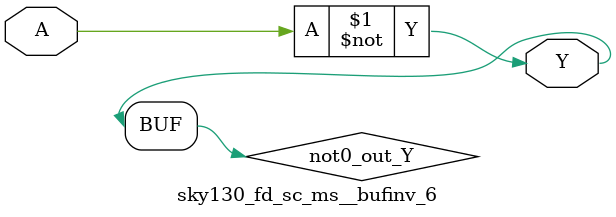
<source format=v>
module sky130_fd_sc_ms__bufinv_6 (
    Y,
    A
);
    output Y;
    input  A;
    wire not0_out_Y;
    not not0 (not0_out_Y, A              );
    buf buf0 (Y         , not0_out_Y     );
endmodule
</source>
